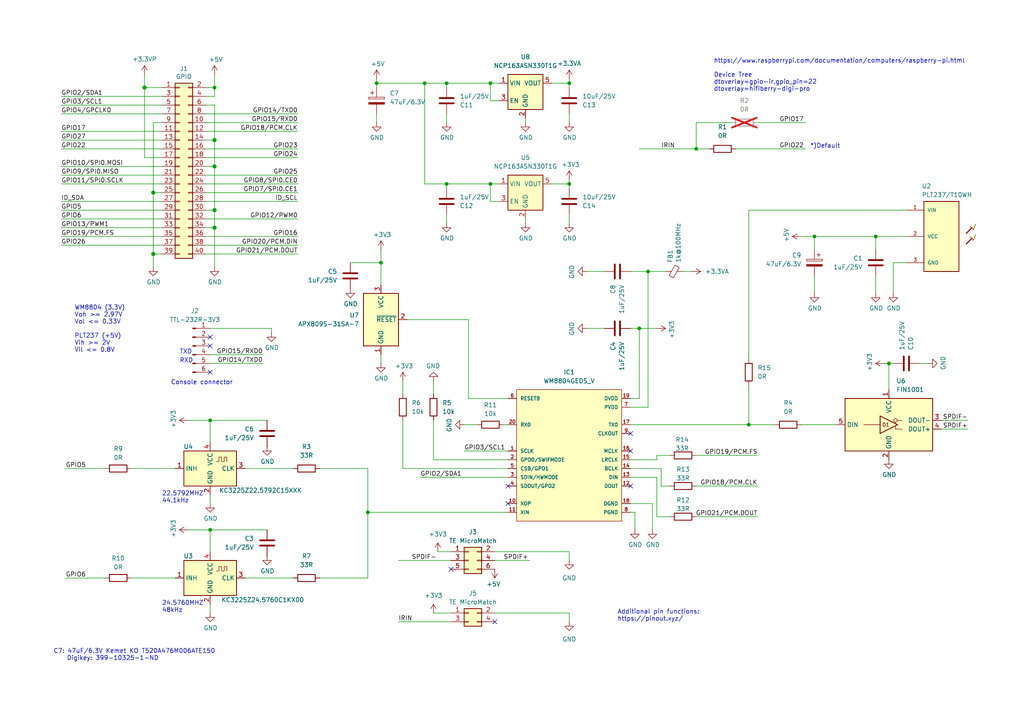
<source format=kicad_sch>
(kicad_sch (version 20250114) (generator "eeschema") (generator_version "9.0")
  (paper "A4")
  (title_block (title "RPI HAT S/PDIF and IR") (date "2026-01-13") (rev "V9 Min"))
  (lib_symbols
    (symbol "Connector:Conn_01x06_Pin" (pin_names (offset 1.016) (hide yes))
      (property "Reference" "J" (at 0 7.62 0))
      (property "Value" "Conn_01x06_Pin" (at 0 -10.16 0))
      (symbol "Conn_01x06_Pin_1_1"
        (pin passive line (at 5.08 5.08 180) (length 3.81) (name "Pin_1") (number "1"))
        (pin passive line (at 5.08 2.54 180) (length 3.81) (name "Pin_2") (number "2"))
        (pin passive line (at 5.08 0 180) (length 3.81) (name "Pin_3") (number "3"))
        (pin passive line (at 5.08 -2.54 180) (length 3.81) (name "Pin_4") (number "4"))
        (pin passive line (at 5.08 -5.08 180) (length 3.81) (name "Pin_5") (number "5"))
        (pin passive line (at 5.08 -7.62 180) (length 3.81) (name "Pin_6") (number "6"))
      )
    )
    (symbol "Connector_Generic:Conn_02x02_Odd_Even" (pin_names (offset 1.016) (hide yes))
      (property "Reference" "J" (at 1.27 2.54 0))
      (property "Value" "Conn_02x02_Odd_Even" (at 1.27 -5.08 0))
      (symbol "Conn_02x02_Odd_Even_1_1"
        (pin passive line (at -5.08 0 0) (length 3.81) (name "Pin_1") (number "1"))
        (pin passive line (at -5.08 -2.54 0) (length 3.81) (name "Pin_3") (number "3"))
        (pin passive line (at 7.62 0 180) (length 3.81) (name "Pin_2") (number "2"))
        (pin passive line (at 7.62 -2.54 180) (length 3.81) (name "Pin_4") (number "4"))
      )
    )
    (symbol "Connector_Generic:Conn_02x03_Odd_Even" (pin_names (offset 1.016) (hide yes))
      (property "Reference" "J" (at 1.27 5.08 0))
      (property "Value" "Conn_02x03_Odd_Even" (at 1.27 -5.08 0))
      (symbol "Conn_02x03_Odd_Even_1_1"
        (pin passive line (at -5.08 2.54 0) (length 3.81) (name "Pin_1") (number "1"))
        (pin passive line (at -5.08 0 0) (length 3.81) (name "Pin_3") (number "3"))
        (pin passive line (at -5.08 -2.54 0) (length 3.81) (name "Pin_5") (number "5"))
        (pin passive line (at 7.62 2.54 180) (length 3.81) (name "Pin_2") (number "2"))
        (pin passive line (at 7.62 0 180) (length 3.81) (name "Pin_4") (number "4"))
        (pin passive line (at 7.62 -2.54 180) (length 3.81) (name "Pin_6") (number "6"))
      )
    )
    (symbol "Connector_Generic:Conn_02x20_Odd_Even" (pin_names (offset 1.016) (hide yes))
      (property "Reference" "J" (at 1.27 25.4 0))
      (property "Value" "Conn_02x20_Odd_Even" (at 1.27 -27.94 0))
      (symbol "Conn_02x20_Odd_Even_1_1"
        (pin passive line (at -5.08 22.86 0) (length 3.81) (name "Pin_1") (number "1"))
        (pin passive line (at -5.08 20.32 0) (length 3.81) (name "Pin_3") (number "3"))
        (pin passive line (at -5.08 17.78 0) (length 3.81) (name "Pin_5") (number "5"))
        (pin passive line (at -5.08 15.24 0) (length 3.81) (name "Pin_7") (number "7"))
        (pin passive line (at -5.08 12.7 0) (length 3.81) (name "Pin_9") (number "9"))
        (pin passive line (at -5.08 10.16 0) (length 3.81) (name "Pin_11") (number "11"))
        (pin passive line (at -5.08 7.62 0) (length 3.81) (name "Pin_13") (number "13"))
        (pin passive line (at -5.08 5.08 0) (length 3.81) (name "Pin_15") (number "15"))
        (pin passive line (at -5.08 2.54 0) (length 3.81) (name "Pin_17") (number "17"))
        (pin passive line (at -5.08 0 0) (length 3.81) (name "Pin_19") (number "19"))
        (pin passive line (at -5.08 -2.54 0) (length 3.81) (name "Pin_21") (number "21"))
        (pin passive line (at -5.08 -5.08 0) (length 3.81) (name "Pin_23") (number "23"))
        (pin passive line (at -5.08 -7.62 0) (length 3.81) (name "Pin_25") (number "25"))
        (pin passive line (at -5.08 -10.16 0) (length 3.81) (name "Pin_27") (number "27"))
        (pin passive line (at -5.08 -12.7 0) (length 3.81) (name "Pin_29") (number "29"))
        (pin passive line (at -5.08 -15.24 0) (length 3.81) (name "Pin_31") (number "31"))
        (pin passive line (at -5.08 -17.78 0) (length 3.81) (name "Pin_33") (number "33"))
        (pin passive line (at -5.08 -20.32 0) (length 3.81) (name "Pin_35") (number "35"))
        (pin passive line (at -5.08 -22.86 0) (length 3.81) (name "Pin_37") (number "37"))
        (pin passive line (at -5.08 -25.4 0) (length 3.81) (name "Pin_39") (number "39"))
        (pin passive line (at 7.62 22.86 180) (length 3.81) (name "Pin_2") (number "2"))
        (pin passive line (at 7.62 20.32 180) (length 3.81) (name "Pin_4") (number "4"))
        (pin passive line (at 7.62 17.78 180) (length 3.81) (name "Pin_6") (number "6"))
        (pin passive line (at 7.62 15.24 180) (length 3.81) (name "Pin_8") (number "8"))
        (pin passive line (at 7.62 12.7 180) (length 3.81) (name "Pin_10") (number "10"))
        (pin passive line (at 7.62 10.16 180) (length 3.81) (name "Pin_12") (number "12"))
        (pin passive line (at 7.62 7.62 180) (length 3.81) (name "Pin_14") (number "14"))
        (pin passive line (at 7.62 5.08 180) (length 3.81) (name "Pin_16") (number "16"))
        (pin passive line (at 7.62 2.54 180) (length 3.81) (name "Pin_18") (number "18"))
        (pin passive line (at 7.62 0 180) (length 3.81) (name "Pin_20") (number "20"))
        (pin passive line (at 7.62 -2.54 180) (length 3.81) (name "Pin_22") (number "22"))
        (pin passive line (at 7.62 -5.08 180) (length 3.81) (name "Pin_24") (number "24"))
        (pin passive line (at 7.62 -7.62 180) (length 3.81) (name "Pin_26") (number "26"))
        (pin passive line (at 7.62 -10.16 180) (length 3.81) (name "Pin_28") (number "28"))
        (pin passive line (at 7.62 -12.7 180) (length 3.81) (name "Pin_30") (number "30"))
        (pin passive line (at 7.62 -15.24 180) (length 3.81) (name "Pin_32") (number "32"))
        (pin passive line (at 7.62 -17.78 180) (length 3.81) (name "Pin_34") (number "34"))
        (pin passive line (at 7.62 -20.32 180) (length 3.81) (name "Pin_36") (number "36"))
        (pin passive line (at 7.62 -22.86 180) (length 3.81) (name "Pin_38") (number "38"))
        (pin passive line (at 7.62 -25.4 180) (length 3.81) (name "Pin_40") (number "40"))
      )
    )
    (symbol "Device:C" (pin_numbers (hide yes)) (pin_names (offset 0.254))
      (property "Reference" "C" (at 0.635 2.54 0))
      (property "Value" "C" (at 0.635 -2.54 0))
      (symbol "C_1_1"
        (pin passive line (at 0 3.81 270) (length 2.794) (name "~") (number "1"))
        (pin passive line (at 0 -3.81 90) (length 2.794) (name "~") (number "2"))
      )
    )
    (symbol "Device:C_Polarized" (pin_numbers (hide yes)) (pin_names (offset 0.254))
      (property "Reference" "C" (at 0.635 2.54 0))
      (property "Value" "C_Polarized" (at 0.635 -2.54 0))
      (symbol "C_Polarized_1_1"
        (pin passive line (at 0 3.81 270) (length 2.794) (name "~") (number "1"))
        (pin passive line (at 0 -3.81 90) (length 2.794) (name "~") (number "2"))
      )
    )
    (symbol "Device:R" (pin_numbers (hide yes)) (pin_names (offset 0))
      (property "Reference" "R" (at 2.032 0 90))
      (property "Value" "R" (at 0 0 90))
      (symbol "R_1_1"
        (pin passive line (at 0 3.81 270) (length 1.27) (name "~") (number "1"))
        (pin passive line (at 0 -3.81 90) (length 1.27) (name "~") (number "2"))
      )
    )
    (symbol "Oscillator:KC2520Z"
      (property "Reference" "Y" (at 2.54 12.7 0))
      (property "Value" "KC2520Z" (at 6.35 10.16 0))
      (symbol "KC2520Z_1_1"
        (pin input line (at -10.16 0 0) (length 2.54) (name "INH") (number "1"))
        (pin power_in line (at 0 7.62 270) (length 2.54) (name "VCC") (number "4"))
        (pin power_in line (at 0 -7.62 90) (length 2.54) (name "GND") (number "2"))
        (pin output line (at 10.16 0 180) (length 2.54) (name "CLK") (number "3"))
      )
    )
    (symbol "Power_Supervisor:LM809"
      (property "Reference" "U" (at 2.54 12.7 0))
      (property "Value" "LM809" (at 5.08 10.16 0))
      (symbol "LM809_1_1"
        (pin power_in line (at 0 10.16 270) (length 2.54) (name "VCC") (number "3"))
        (pin power_in line (at 0 -10.16 90) (length 2.54) (name "GND") (number "1"))
        (pin output line (at 7.62 0 180) (length 2.54) (name "~{RESET}") (number "2"))
      )
    )
    (symbol "Regulator_Linear:NCP163ASN330T1G"
      (property "Reference" "U" (at 0 8.89 0))
      (property "Value" "NCP163ASN330T1G" (at 0 6.35 0))
      (symbol "NCP163ASN330T1G_1_1"
        (pin power_in line (at -7.62 2.54 0) (length 2.54) (name "VIN") (number "1"))
        (pin input line (at -7.62 -2.54 0) (length 2.54) (name "EN") (number "3"))
        (pin power_in line (at 0 -7.62 90) (length 2.54) (name "GND") (number "2"))
        (pin no_connect line (at 5.08 -2.54 180) (length 2.54) (hide yes) (name "NC") (number "4"))
        (pin power_out line (at 7.62 2.54 180) (length 2.54) (name "VOUT") (number "5"))
      )
    )
    (symbol "dac-rescue:Ferrite_Bead_Small-Device" (pin_numbers (hide yes)) (pin_names (offset 0))
      (property "Reference" "FB" (at 1.905 1.27 0))
      (property "Value" "Ferrite_Bead_Small-Device" (at 1.905 -1.27 0))
      (symbol "Ferrite_Bead_Small-Device_1_1"
        (pin passive line (at 0 2.54 270) (length 1.27) (name "~") (number "1"))
        (pin passive line (at 0 -2.54 90) (length 1.27) (name "~") (number "2"))
      )
    )
    (symbol "kicad-snk:FIN1001"
      (property "Reference" "U?" (at 8.89 12.7 0))
      (property "Value" "FIN1001" (at 8.89 10.16 0))
      (symbol "FIN1001_1_0"
        (text "D1" (at -0.889 0 0) (effects (font (size 1.016 1.016))))
      )
      (symbol "FIN1001_1_1"
        (pin input line (at -15.24 0 0) (length 2.54) (name "DIN") (number "5"))
        (pin power_in line (at 0 10.16 270) (length 2.54) (name "VCC") (number "1"))
        (pin power_in line (at 0 -10.16 90) (length 2.54) (name "GND") (number "2"))
        (pin output line (at 15.24 1.27 180) (length 2.54) (name "DOUT-") (number "3"))
        (pin output line (at 15.24 -1.27 180) (length 2.54) (name "DOUT+") (number "4"))
      )
    )
    (symbol "kicad-snk:PLT237/T10WH" (pin_names (offset 1.016))
      (property "Reference" "U" (at -5.08 11.4554 0))
      (property "Value" "PLT237/T10WH" (at -5.08 -12.7254 0))
      (symbol "PLT237/T10WH_1_0"
        (pin output line (at -10.16 7.62 0) (length 5.08) (name "VIN") (number "1"))
        (pin power_in line (at -10.16 0 0) (length 5.08) (name "VCC") (number "2"))
        (pin power_in line (at -10.16 -7.62 0) (length 5.08) (name "GND") (number "3"))
      )
    )
    (symbol "kicad-snk:WM8804GEDS_V" (pin_names (offset 1.016))
      (property "Reference" "IC" (at -15.24 13.97 0))
      (property "Value" "WM8804GEDS_V" (at -15.24 -27.94 0))
      (symbol "WM8804GEDS_V_0_0"
        (pin bidirectional line (at -17.78 10.16 0) (length 2.54) (name "RESETB") (number "6"))
        (pin bidirectional line (at -17.78 2.54 0) (length 2.54) (name "RX0") (number "20"))
        (pin bidirectional line (at -17.78 -5.08 0) (length 2.54) (name "SCLK") (number "1"))
        (pin bidirectional line (at -17.78 -7.62 0) (length 2.54) (name "GPO0/SWIFMODE") (number "2"))
        (pin bidirectional line (at -17.78 -10.16 0) (length 2.54) (name "CSB/GPO1") (number "5"))
        (pin bidirectional line (at -17.78 -12.7 0) (length 2.54) (name "SDIN/HWMODE") (number "3"))
        (pin bidirectional line (at -17.78 -15.24 0) (length 2.54) (name "SDOUT/GPO2") (number "4"))
        (pin bidirectional line (at -17.78 -20.32 0) (length 2.54) (name "XOP") (number "10"))
        (pin bidirectional line (at -17.78 -22.86 0) (length 2.54) (name "XIN") (number "11"))
        (pin bidirectional line (at 17.78 10.16 180) (length 2.54) (name "DVDD") (number "19"))
        (pin bidirectional line (at 17.78 7.62 180) (length 2.54) (name "PVDD") (number "7"))
        (pin bidirectional line (at 17.78 2.54 180) (length 2.54) (name "TX0") (number "17"))
        (pin bidirectional line (at 17.78 0 180) (length 2.54) (name "CLKOUT") (number "9"))
        (pin bidirectional line (at 17.78 -5.08 180) (length 2.54) (name "MCLK") (number "16"))
        (pin bidirectional line (at 17.78 -7.62 180) (length 2.54) (name "LRCLK") (number "15"))
        (pin bidirectional line (at 17.78 -10.16 180) (length 2.54) (name "BCLK") (number "14"))
        (pin bidirectional line (at 17.78 -12.7 180) (length 2.54) (name "DIN") (number "13"))
        (pin bidirectional line (at 17.78 -15.24 180) (length 2.54) (name "DOUT") (number "12"))
        (pin bidirectional line (at 17.78 -20.32 180) (length 2.54) (name "DGND") (number "18"))
        (pin bidirectional line (at 17.78 -22.86 180) (length 2.54) (name "PGND") (number "8"))
      )
    )
    (symbol "power:+3.3V" (power) (pin_numbers (hide yes)) (pin_names (offset 0) (hide yes))
      (property "Value" "+3.3V" (at 0 3.556 0))
      (symbol "+3.3V_1_1"
        (pin power_in line (at 0 0 90) (length 0) (name "~") (number "1"))
      )
    )
    (symbol "power:+3.3VA" (power) (pin_numbers (hide yes)) (pin_names (offset 0) (hide yes))
      (property "Value" "+3.3VA" (at 0 3.556 0))
      (symbol "+3.3VA_1_1"
        (pin power_in line (at 0 0 90) (length 0) (name "~") (number "1"))
      )
    )
    (symbol "power:+3.3VP" (power) (pin_numbers (hide yes)) (pin_names (offset 0) (hide yes))
      (property "Value" "+3.3VP" (at 0 3.556 0))
      (symbol "+3.3VP_0_0"
        (pin power_in line (at 0 0 90) (length 0) (name "~") (number "1"))
      )
    )
    (symbol "power:+5V" (power) (pin_numbers (hide yes)) (pin_names (offset 0) (hide yes))
      (property "Value" "+5V" (at 0 3.556 0))
      (symbol "+5V_1_1"
        (pin power_in line (at 0 0 90) (length 0) (name "~") (number "1"))
      )
    )
    (symbol "power:GND" (power) (pin_numbers (hide yes)) (pin_names (offset 0) (hide yes))
      (property "Value" "GND" (at 0 -3.81 0))
      (symbol "GND_1_1"
        (pin power_in line (at 0 0 270) (length 0) (name "~") (number "1"))
      )
    )
  )
  (text "24.5760MHZ\n48kHz" (at 46.99 177.8 0) (effects (font (size 1.27 1.27)) (justify left bottom)))
  (text "TXD" (at 52.07 102.87 0) (effects (font (size 1.27 1.27)) (justify left bottom)))
  (text "Console connector" (at 49.53 111.76 0) (effects (font (size 1.27 1.27)) (justify left bottom)))
  (text "https://www.raspberrypi.com/documentation/computers/raspberry-pi.html\n\nDevice Tree\ndtoverlay=gpio-ir,gpio_pin=22\ndtoverlay=hifiberry-digi-pro" (at 207.01 26.67 0) (effects (font (size 1.27 1.27)) (justify left bottom)))
  (text "WM8804 (3.3V)\nVoh >= 2.97V\nVol <= 0.33V\n\nPLT237 (+5V)\nVih >= 2V\nVil <= 0.8V" (at 21.59 102.362 0) (effects (font (size 1.27 1.27)) (justify left bottom)))
  (text "22.5792MHZ\n44.1kHz" (at 46.99 146.05 0) (effects (font (size 1.27 1.27)) (justify left bottom)))
  (text "C7: 47uF/6.3V Kemet KO T520A476M006ATE150 \n    Digikey: ‎399-10325-1-ND‎" (at 15.494 189.992 0) (effects (font (size 1.27 1.27)) (justify left)))
  (text "RXD" (at 52.07 105.41 0) (effects (font (size 1.27 1.27)) (justify left bottom)))
  (text "*)Default" (at 234.95 43.18 0) (effects (font (size 1.27 1.27)) (justify left bottom)))
  (text "Additional pin functions:\nhttps://pinout.xyz/" (at 179.07 180.34 0) (effects (font (size 1.27 1.27)) (justify left bottom)))
  (junction (at 123.19 24.13))
  (junction (at 185.42 95.25))
  (junction (at 62.23 60.96) (diameter 1.016))
  (junction (at 41.91 25.4) (diameter 1.016))
  (junction (at 62.23 66.04) (diameter 1.016))
  (junction (at 187.96 78.74))
  (junction (at 142.24 53.34))
  (junction (at 165.1 24.13))
  (junction (at 44.45 55.88) (diameter 1.016))
  (junction (at 109.22 24.13))
  (junction (at 129.54 53.34))
  (junction (at 142.24 24.13))
  (junction (at 254 68.58))
  (junction (at 62.23 48.26) (diameter 1.016))
  (junction (at 62.23 25.4))
  (junction (at 106.68 148.59))
  (junction (at 62.23 40.64) (diameter 1.016))
  (junction (at 129.54 24.13))
  (junction (at 201.93 43.18))
  (junction (at 60.96 121.92))
  (junction (at 60.96 153.67))
  (junction (at 257.81 105.41))
  (junction (at 236.22 68.58))
  (junction (at 217.17 123.19))
  (junction (at 44.45 73.66) (diameter 1.016))
  (junction (at 165.1 53.34))
  (junction (at 110.49 76.2))
  (no_connect (at 182.88 130.81))
  (no_connect (at 182.88 125.73))
  (no_connect (at 147.32 140.97))
  (no_connect (at 130.81 165.1))
  (no_connect (at 60.96 97.79))
  (no_connect (at 60.96 100.33))
  (no_connect (at 60.96 107.95))
  (no_connect (at 143.51 180.34))
  (no_connect (at 147.32 146.05))
  (no_connect (at 182.88 140.97))
  (wire (pts (xy 135.89 92.71) (xy 135.89 115.57)))
  (wire (pts (xy 44.45 55.88) (xy 44.45 73.66)))
  (wire (pts (xy 59.69 55.88) (xy 86.36 55.88)))
  (wire (pts (xy 165.1 24.13) (xy 160.02 24.13)))
  (wire (pts (xy 125.73 177.8) (xy 130.81 177.8)))
  (wire (pts (xy 46.99 38.1) (xy 17.78 38.1)))
  (wire (pts (xy 201.93 43.18) (xy 205.74 43.18)))
  (wire (pts (xy 160.02 53.34) (xy 165.1 53.34)))
  (wire (pts (xy 92.71 167.64) (xy 106.68 167.64)))
  (wire (pts (xy 62.23 30.48) (xy 62.23 40.64)))
  (wire (pts (xy 254 68.58) (xy 262.89 68.58)))
  (wire (pts (xy 144.78 29.21) (xy 142.24 29.21)))
  (wire (pts (xy 62.23 27.94) (xy 62.23 25.4)))
  (wire (pts (xy 62.23 48.26) (xy 59.69 48.26)))
  (wire (pts (xy 217.17 60.96) (xy 262.89 60.96)))
  (wire (pts (xy 170.18 78.74) (xy 175.26 78.74)))
  (wire (pts (xy 143.51 160.02) (xy 165.1 160.02)))
  (wire (pts (xy 266.7 105.41) (xy 269.24 105.41)))
  (wire (pts (xy 254 80.01) (xy 254 85.09)))
  (wire (pts (xy 213.36 43.18) (xy 233.68 43.18)))
  (wire (pts (xy 62.23 60.96) (xy 62.23 66.04)))
  (wire (pts (xy 118.11 92.71) (xy 135.89 92.71)))
  (wire (pts (xy 121.92 138.43) (xy 147.32 138.43)))
  (wire (pts (xy 201.93 140.97) (xy 219.71 140.97)))
  (wire (pts (xy 212.09 35.56) (xy 201.93 35.56)))
  (wire (pts (xy 142.24 53.34) (xy 144.78 53.34)))
  (wire (pts (xy 71.12 135.89) (xy 85.09 135.89)))
  (wire (pts (xy 273.05 121.92) (xy 280.67 121.92)))
  (wire (pts (xy 92.71 135.89) (xy 106.68 135.89)))
  (wire (pts (xy 62.23 48.26) (xy 62.23 60.96)))
  (wire (pts (xy 59.69 33.02) (xy 86.36 33.02)))
  (wire (pts (xy 110.49 102.87) (xy 110.49 105.41)))
  (wire (pts (xy 44.45 35.56) (xy 44.45 55.88)))
  (wire (pts (xy 254 68.58) (xy 254 72.39)))
  (wire (pts (xy 165.1 62.23) (xy 165.1 64.77)))
  (wire (pts (xy 44.45 35.56) (xy 46.99 35.56)))
  (wire (pts (xy 59.69 53.34) (xy 86.36 53.34)))
  (wire (pts (xy 46.99 58.42) (xy 17.78 58.42)))
  (wire (pts (xy 109.22 24.13) (xy 123.19 24.13)))
  (wire (pts (xy 17.78 60.96) (xy 46.99 60.96)))
  (wire (pts (xy 60.96 121.92) (xy 77.47 121.92)))
  (wire (pts (xy 152.4 34.29) (xy 152.4 35.56)))
  (wire (pts (xy 109.22 24.13) (xy 109.22 25.4)))
  (wire (pts (xy 187.96 118.11) (xy 187.96 78.74)))
  (wire (pts (xy 185.42 43.18) (xy 201.93 43.18)))
  (wire (pts (xy 59.69 27.94) (xy 62.23 27.94)))
  (wire (pts (xy 182.88 115.57) (xy 185.42 115.57)))
  (wire (pts (xy 232.41 123.19) (xy 242.57 123.19)))
  (wire (pts (xy 259.08 76.2) (xy 262.89 76.2)))
  (wire (pts (xy 182.88 148.59) (xy 184.15 148.59)))
  (wire (pts (xy 44.45 55.88) (xy 46.99 55.88)))
  (wire (pts (xy 116.84 121.92) (xy 116.84 135.89)))
  (wire (pts (xy 59.69 43.18) (xy 86.36 43.18)))
  (wire (pts (xy 106.68 135.89) (xy 106.68 148.59)))
  (wire (pts (xy 134.62 130.81) (xy 147.32 130.81)))
  (wire (pts (xy 116.84 110.49) (xy 116.84 114.3)))
  (wire (pts (xy 165.1 160.02) (xy 165.1 162.56)))
  (wire (pts (xy 59.69 73.66) (xy 86.36 73.66)))
  (wire (pts (xy 44.45 73.66) (xy 44.45 77.47)))
  (wire (pts (xy 17.78 40.64) (xy 46.99 40.64)))
  (wire (pts (xy 41.91 21.59) (xy 41.91 25.4)))
  (wire (pts (xy 110.49 72.39) (xy 110.49 76.2)))
  (wire (pts (xy 185.42 95.25) (xy 190.5 95.25)))
  (wire (pts (xy 78.74 95.25) (xy 60.96 95.25)))
  (wire (pts (xy 165.1 25.4) (xy 165.1 24.13)))
  (wire (pts (xy 62.23 66.04) (xy 59.69 66.04)))
  (wire (pts (xy 198.12 78.74) (xy 200.66 78.74)))
  (wire (pts (xy 17.78 30.48) (xy 46.99 30.48)))
  (wire (pts (xy 54.61 121.92) (xy 60.96 121.92)))
  (wire (pts (xy 60.96 153.67) (xy 77.47 153.67)))
  (wire (pts (xy 185.42 115.57) (xy 185.42 95.25)))
  (wire (pts (xy 187.96 78.74) (xy 182.88 78.74)))
  (wire (pts (xy 17.78 53.34) (xy 46.99 53.34)))
  (wire (pts (xy 182.88 146.05) (xy 189.23 146.05)))
  (wire (pts (xy 71.12 167.64) (xy 85.09 167.64)))
  (wire (pts (xy 41.91 45.72) (xy 46.99 45.72)))
  (wire (pts (xy 259.08 85.09) (xy 259.08 76.2)))
  (wire (pts (xy 115.57 180.34) (xy 130.81 180.34)))
  (wire (pts (xy 123.19 53.34) (xy 129.54 53.34)))
  (wire (pts (xy 143.51 162.56) (xy 153.67 162.56)))
  (wire (pts (xy 46.99 27.94) (xy 17.78 27.94)))
  (wire (pts (xy 201.93 149.86) (xy 219.71 149.86)))
  (wire (pts (xy 142.24 24.13) (xy 144.78 24.13)))
  (wire (pts (xy 165.1 33.02) (xy 165.1 35.56)))
  (wire (pts (xy 129.54 62.23) (xy 129.54 64.77)))
  (wire (pts (xy 257.81 105.41) (xy 257.81 113.03)))
  (wire (pts (xy 123.19 24.13) (xy 123.19 53.34)))
  (wire (pts (xy 62.23 40.64) (xy 62.23 48.26)))
  (wire (pts (xy 59.69 38.1) (xy 86.36 38.1)))
  (wire (pts (xy 106.68 167.64) (xy 106.68 148.59)))
  (wire (pts (xy 62.23 40.64) (xy 59.69 40.64)))
  (wire (pts (xy 62.23 25.4) (xy 62.23 21.59)))
  (wire (pts (xy 190.5 133.35) (xy 190.5 132.08)))
  (wire (pts (xy 217.17 111.76) (xy 217.17 123.19)))
  (wire (pts (xy 60.96 121.92) (xy 60.96 128.27)))
  (wire (pts (xy 125.73 121.92) (xy 125.73 133.35)))
  (wire (pts (xy 146.05 123.19) (xy 147.32 123.19)))
  (wire (pts (xy 201.93 132.08) (xy 219.71 132.08)))
  (wire (pts (xy 17.78 33.02) (xy 46.99 33.02)))
  (wire (pts (xy 127 160.02) (xy 130.81 160.02)))
  (wire (pts (xy 41.91 25.4) (xy 41.91 45.72)))
  (wire (pts (xy 142.24 53.34) (xy 142.24 58.42)))
  (wire (pts (xy 60.96 175.26) (xy 60.96 177.8)))
  (wire (pts (xy 201.93 35.56) (xy 201.93 43.18)))
  (wire (pts (xy 59.69 45.72) (xy 86.36 45.72)))
  (wire (pts (xy 273.05 124.46) (xy 280.67 124.46)))
  (wire (pts (xy 185.42 95.25) (xy 182.88 95.25)))
  (wire (pts (xy 59.69 35.56) (xy 86.36 35.56)))
  (wire (pts (xy 170.18 95.25) (xy 175.26 95.25)))
  (wire (pts (xy 19.05 167.64) (xy 30.48 167.64)))
  (wire (pts (xy 190.5 132.08) (xy 194.31 132.08)))
  (wire (pts (xy 59.69 25.4) (xy 62.23 25.4)))
  (wire (pts (xy 236.22 72.39) (xy 236.22 68.58)))
  (wire (pts (xy 189.23 146.05) (xy 189.23 153.67)))
  (wire (pts (xy 135.89 115.57) (xy 147.32 115.57)))
  (wire (pts (xy 17.78 43.18) (xy 46.99 43.18)))
  (wire (pts (xy 17.78 50.8) (xy 46.99 50.8)))
  (wire (pts (xy 109.22 22.86) (xy 109.22 24.13)))
  (wire (pts (xy 190.5 138.43) (xy 182.88 138.43)))
  (wire (pts (xy 129.54 33.02) (xy 129.54 35.56)))
  (wire (pts (xy 115.57 162.56) (xy 130.81 162.56)))
  (wire (pts (xy 129.54 24.13) (xy 142.24 24.13)))
  (wire (pts (xy 19.05 135.89) (xy 30.48 135.89)))
  (wire (pts (xy 134.62 123.19) (xy 138.43 123.19)))
  (wire (pts (xy 60.96 143.51) (xy 60.96 146.05)))
  (wire (pts (xy 125.73 133.35) (xy 147.32 133.35)))
  (wire (pts (xy 144.78 58.42) (xy 142.24 58.42)))
  (wire (pts (xy 125.73 110.49) (xy 125.73 114.3)))
  (wire (pts (xy 60.96 105.41) (xy 76.2 105.41)))
  (wire (pts (xy 17.78 63.5) (xy 46.99 63.5)))
  (wire (pts (xy 165.1 52.07) (xy 165.1 53.34)))
  (wire (pts (xy 60.96 102.87) (xy 76.2 102.87)))
  (wire (pts (xy 60.96 153.67) (xy 60.96 160.02)))
  (wire (pts (xy 182.88 123.19) (xy 217.17 123.19)))
  (wire (pts (xy 217.17 123.19) (xy 224.79 123.19)))
  (wire (pts (xy 17.78 68.58) (xy 46.99 68.58)))
  (wire (pts (xy 116.84 135.89) (xy 147.32 135.89)))
  (wire (pts (xy 59.69 68.58) (xy 86.36 68.58)))
  (wire (pts (xy 190.5 149.86) (xy 190.5 138.43)))
  (wire (pts (xy 110.49 76.2) (xy 110.49 82.55)))
  (wire (pts (xy 59.69 63.5) (xy 86.36 63.5)))
  (wire (pts (xy 38.1 135.89) (xy 50.8 135.89)))
  (wire (pts (xy 44.45 73.66) (xy 46.99 73.66)))
  (wire (pts (xy 191.77 135.89) (xy 182.88 135.89)))
  (wire (pts (xy 257.81 105.41) (xy 259.08 105.41)))
  (wire (pts (xy 232.41 68.58) (xy 236.22 68.58)))
  (wire (pts (xy 59.69 71.12) (xy 86.36 71.12)))
  (wire (pts (xy 236.22 80.01) (xy 236.22 85.09)))
  (wire (pts (xy 165.1 22.86) (xy 165.1 24.13)))
  (wire (pts (xy 62.23 30.48) (xy 59.69 30.48)))
  (wire (pts (xy 17.78 71.12) (xy 46.99 71.12)))
  (wire (pts (xy 123.19 24.13) (xy 129.54 24.13)))
  (wire (pts (xy 38.1 167.64) (xy 50.8 167.64)))
  (wire (pts (xy 106.68 148.59) (xy 147.32 148.59)))
  (wire (pts (xy 184.15 153.67) (xy 184.15 148.59)))
  (wire (pts (xy 182.88 118.11) (xy 187.96 118.11)))
  (wire (pts (xy 194.31 140.97) (xy 191.77 140.97)))
  (wire (pts (xy 78.74 96.52) (xy 78.74 95.25)))
  (wire (pts (xy 129.54 53.34) (xy 142.24 53.34)))
  (wire (pts (xy 165.1 177.8) (xy 165.1 180.34)))
  (wire (pts (xy 217.17 104.14) (xy 217.17 60.96)))
  (wire (pts (xy 129.54 53.34) (xy 129.54 54.61)))
  (wire (pts (xy 142.24 24.13) (xy 142.24 29.21)))
  (wire (pts (xy 109.22 33.02) (xy 109.22 35.56)))
  (wire (pts (xy 219.71 35.56) (xy 233.68 35.56)))
  (wire (pts (xy 62.23 66.04) (xy 62.23 77.47)))
  (wire (pts (xy 194.31 149.86) (xy 190.5 149.86)))
  (wire (pts (xy 59.69 50.8) (xy 86.36 50.8)))
  (wire (pts (xy 46.99 66.04) (xy 17.78 66.04)))
  (wire (pts (xy 182.88 133.35) (xy 190.5 133.35)))
  (wire (pts (xy 165.1 53.34) (xy 165.1 54.61)))
  (wire (pts (xy 143.51 177.8) (xy 165.1 177.8)))
  (wire (pts (xy 101.6 76.2) (xy 110.49 76.2)))
  (wire (pts (xy 129.54 24.13) (xy 129.54 25.4)))
  (wire (pts (xy 62.23 60.96) (xy 59.69 60.96)))
  (wire (pts (xy 41.91 25.4) (xy 46.99 25.4)))
  (wire (pts (xy 191.77 140.97) (xy 191.77 135.89)))
  (wire (pts (xy 236.22 68.58) (xy 254 68.58)))
  (wire (pts (xy 256.54 105.41) (xy 257.81 105.41)))
  (wire (pts (xy 187.96 78.74) (xy 193.04 78.74)))
  (wire (pts (xy 54.61 153.67) (xy 60.96 153.67)))
  (wire (pts (xy 152.4 63.5) (xy 152.4 64.77)))
  (wire (pts (xy 46.99 48.26) (xy 17.78 48.26)))
  (wire (pts (xy 59.69 58.42) (xy 86.36 58.42)))
  (label "ID_SDA" (at 17.78 58.42 0))
  (label "GPIO6" (at 17.78 63.5 0))
  (label "GPIO22" (at 226.06 43.18 0))
  (label "SPDIF-" (at 280.67 121.92 180))
  (label "GPIO18{slash}PCM.CLK" (at 219.71 140.97 180))
  (label "ID_SCL" (at 86.36 58.42 180))
  (label "GPIO5" (at 17.78 60.96 0))
  (label "GPIO21{slash}PCM.DOUT" (at 86.36 73.66 180))
  (label "GPIO19{slash}PCM.FS" (at 17.78 68.58 0))
  (label "GPIO10{slash}SPI0.MOSI" (at 17.78 48.26 0))
  (label "GPIO9{slash}SPI0.MISO" (at 17.78 50.8 0))
  (label "GPIO23" (at 86.36 43.18 180))
  (label "GPIO15{slash}RXD0" (at 76.2 102.87 180))
  (label "SPDIF+" (at 280.67 124.46 180))
  (label "GPIO5" (at 19.05 135.89 0))
  (label "GPIO19{slash}PCM.FS" (at 219.71 132.08 180))
  (label "GPIO6" (at 19.05 167.64 0))
  (label "GPIO4{slash}GPCLK0" (at 17.78 33.02 0))
  (label "GPIO27" (at 17.78 40.64 0))
  (label "GPIO26" (at 17.78 71.12 0))
  (label "GPIO14{slash}TXD0" (at 86.36 33.02 180))
  (label "GPIO8{slash}SPI0.CE0" (at 86.36 53.34 180))
  (label "GPIO15{slash}RXD0" (at 86.36 35.56 180))
  (label "GPIO14{slash}TXD0" (at 76.2 105.41 180))
  (label "GPIO16" (at 86.36 68.58 180))
  (label "GPIO2{slash}SDA1" (at 121.92 138.43 0))
  (label "IRIN" (at 115.57 180.34 0))
  (label "GPIO22" (at 17.78 43.18 0))
  (label "GPIO21{slash}PCM.DOUT" (at 219.71 149.86 180))
  (label "GPIO2{slash}SDA1" (at 17.78 27.94 0))
  (label "GPIO17" (at 17.78 38.1 0))
  (label "GPIO25" (at 86.36 50.8 180))
  (label "GPIO3{slash}SCL1" (at 17.78 30.48 0))
  (label "GPIO18{slash}PCM.CLK" (at 86.36 38.1 180))
  (label "GPIO12{slash}PWM0" (at 86.36 63.5 180))
  (label "GPIO13{slash}PWM1" (at 17.78 66.04 0))
  (label "GPIO3{slash}SCL1" (at 134.62 130.81 0))
  (label "GPIO20{slash}PCM.DIN" (at 86.36 71.12 180))
  (label "GPIO24" (at 86.36 45.72 180))
  (label "GPIO17" (at 226.06 35.56 0))
  (label "GPIO7{slash}SPI0.CE1" (at 86.36 55.88 180))
  (label "SPDIF+" (at 146.05 162.56 0))
  (label "SPDIF-" (at 119.38 162.56 0))
  (label "IRIN" (at 191.77 43.18 0))
  (label "GPIO11{slash}SPI0.SCLK" (at 17.78 53.34 0))
  (symbol (lib_id "power:+5V") (at 62.23 21.59 0) (unit 1)
    (property "Reference" "#PWR01" (effects (hide yes)))
    (property "Value" "+5V" (at 62.5983 17.2656 0))
    (property "Description" "Power symbol creates a global label with name \"+5V\"" (effects (hide yes)))
  )
  (symbol (lib_id "power:GND") (at 62.23 77.47 0) (unit 1)
    (property "Reference" "#PWR02" (effects (hide yes)))
    (property "Value" "GND" (at 62.3443 81.7944 0))
    (property "Description" "Power symbol creates a global label with name \"GND\" , ground" (effects (hide yes)))
  )
  (symbol (lib_id "power:GND") (at 44.45 77.47 0) (unit 1)
    (property "Reference" "#PWR03" (effects (hide yes)))
    (property "Value" "GND" (at 44.5643 81.7944 0))
    (property "Description" "Power symbol creates a global label with name \"GND\" , ground" (effects (hide yes)))
  )
  (symbol (lib_id "Connector_Generic:Conn_02x20_Odd_Even") (at 52.07 48.26 0) (unit 1)
    (property "Reference" "J1" (at 53.34 19.9198 0))
    (property "Value" "GPIO" (at 53.34 22.225 0))
    (property "Footprint" "Connector_PinSocket_2.54mm:PinSocket_2x20_P2.54mm_Vertical" (effects (hide yes)))
    (property "Description" "Generic connector, double row, 02x20, odd/even pin numbering scheme (row 1 odd numbers, row 2 even numbers), script generated (kicad-library-utils/schlib/autogen/connector/)" (effects (hide yes)))
  )
  (symbol (lib_id "power:GND") (at 165.1 162.56 0) (unit 1)
    (property "Reference" "#PWR043" (effects (hide yes)))
    (property "Value" "GND" (at 165.1 167.64 0))
    (property "Description" "Power symbol creates a global label with name \"GND\" , ground" (effects (hide yes)))
  )
  (symbol (lib_id "power:+3.3V") (at 127 160.02 0) (unit 1)
    (property "Reference" "#PWR042" (effects (hide yes)))
    (property "Value" "+3V3" (at 127 154.94 0))
    (property "Description" "Power symbol creates a global label with name \"+3.3V\"" (effects (hide yes)))
  )
  (symbol (lib_id "power:+3.3V") (at 190.5 95.25 270) (unit 1)
    (property "Reference" "#PWR018" (effects (hide yes)))
    (property "Value" "+3V3" (at 194.8244 95.6183 0))
    (property "Description" "Power symbol creates a global label with name \"+3.3V\"" (effects (hide yes)))
  )
  (symbol (lib_id "Device:C_Polarized") (at 109.22 29.21 0) (unit 1)
    (property "Reference" "C7" (at 113.03 27.051 0) (effects (justify left)))
    (property "Value" "47uF/6.3V" (at 113.03 29.591 0) (effects (justify left)))
    (property "Footprint" "Capacitor_SMD:C_1206_3216Metric_Pad1.33x1.80mm_HandSolder" (effects (hide yes)))
    (property "Description" "Polarized capacitor" (effects (hide yes)))
  )
  (symbol (lib_id "power:+3.3VA") (at 165.1 22.86 0) (unit 1)
    (property "Reference" "#PWR039" (effects (hide yes)))
    (property "Value" "+3.3VA" (at 165.1 18.415 0))
    (property "Description" "Power symbol creates a global label with name \"+3.3VA\"" (effects (hide yes)))
  )
  (symbol (lib_id "power:GND") (at 165.1 64.77 0) (unit 1)
    (property "Reference" "#PWR033" (effects (hide yes)))
    (property "Value" "GND" (at 165.2143 69.0944 0))
    (property "Description" "Power symbol creates a global label with name \"GND\" , ground" (effects (hide yes)))
  )
  (symbol (lib_id "power:GND") (at 165.1 35.56 0) (unit 1)
    (property "Reference" "#PWR036" (effects (hide yes)))
    (property "Value" "GND" (at 165.2143 39.8844 0))
    (property "Description" "Power symbol creates a global label with name \"GND\" , ground" (effects (hide yes)))
  )
  (symbol (lib_id "power:GND") (at 109.22 35.56 0) (unit 1)
    (property "Reference" "#PWR037" (effects (hide yes)))
    (property "Value" "GND" (at 109.3343 39.8844 0))
    (property "Description" "Power symbol creates a global label with name \"GND\" , ground" (effects (hide yes)))
  )
  (symbol (lib_id "power:GND") (at 129.54 35.56 0) (unit 1)
    (property "Reference" "#PWR034" (effects (hide yes)))
    (property "Value" "GND" (at 129.6543 39.8844 0))
    (property "Description" "Power symbol creates a global label with name \"GND\" , ground" (effects (hide yes)))
  )
  (symbol (lib_id "Connector_Generic:Conn_02x02_Odd_Even") (at 135.89 177.8 0) (unit 1)
    (property "Reference" "J5" (at 137.16 172.085 0))
    (property "Value" "TE MicroMatch" (at 137.16 174.625 0))
    (property "Footprint" "Connector_TE-Connectivity:TE_Micro-MaTch_215079-4_2x02_P1.27mm_Vertical" (effects (hide yes)))
    (property "Description" "Generic connector, double row, 02x02, odd/even pin numbering scheme (row 1 odd numbers, row 2 even numbers), script generated (kicad-library-utils/schlib/autogen/connector/)" (effects (hide yes)))
  )
  (symbol (lib_id "Power_Supervisor:LM809") (at 110.49 92.71 0) (unit 1)
    (property "Reference" "U7" (at 104.14 91.44 0) (effects (justify right)))
    (property "Value" "APX809S-31SA-7" (at 104.14 93.98 0) (effects (justify right)))
    (property "Footprint" "Package_TO_SOT_SMD:SOT-23" (effects (hide yes)))
    (property "Datasheet" "http://www.ti.com/lit/ds/symlink/lm809.pdf" (effects (hide yes)))
    (property "Description" "Microprocessor Reset (active-low) Circuit, SOT-23" (effects (hide yes)))
  )
  (symbol (lib_id "power:+5V") (at 232.41 68.58 90) (unit 1)
    (property "Reference" "#PWR010" (effects (hide yes)))
    (property "Value" "+5V" (at 228.0856 68.2117 0))
    (property "Description" "Power symbol creates a global label with name \"+5V\"" (effects (hide yes)))
  )
  (symbol (lib_id "power:GND") (at 77.47 129.54 0) (unit 1)
    (property "Reference" "#PWR011" (effects (hide yes)))
    (property "Value" "GND" (at 77.5843 133.8644 0))
    (property "Description" "Power symbol creates a global label with name \"GND\" , ground" (effects (hide yes)))
  )
  (symbol (lib_id "power:GND") (at 152.4 35.56 0) (unit 1)
    (property "Reference" "#PWR035" (effects (hide yes)))
    (property "Value" "GND" (at 152.5143 39.8844 0))
    (property "Description" "Power symbol creates a global label with name \"GND\" , ground" (effects (hide yes)))
  )
  (symbol (lib_id "power:+3.3V") (at 110.49 72.39 0) (unit 1)
    (property "Reference" "#PWR014" (effects (hide yes)))
    (property "Value" "+3V3" (at 110.8583 68.0656 0))
    (property "Description" "Power symbol creates a global label with name \"+3.3V\"" (effects (hide yes)))
  )
  (symbol (lib_id "power:GND") (at 236.22 85.09 0) (unit 1)
    (property "Reference" "#PWR030" (effects (hide yes)))
    (property "Value" "GND" (at 236.3343 89.4144 0))
    (property "Description" "Power symbol creates a global label with name \"GND\" , ground" (effects (hide yes)))
  )
  (symbol (lib_id "Device:C") (at 77.47 125.73 0) (mirror y) (unit 1)
    (property "Reference" "C6" (at 73.66 124.46 0) (effects (justify left)))
    (property "Value" "1uF/25V" (at 73.66 127 0) (effects (justify left)))
    (property "Footprint" "Capacitor_SMD:C_0603_1608Metric" (effects (hide yes)))
    (property "Description" "Unpolarized capacitor" (effects (hide yes)))
  )
  (symbol (lib_id "Device:C") (at 77.47 157.48 0) (mirror y) (unit 1)
    (property "Reference" "C3" (at 73.66 156.21 0) (effects (justify left)))
    (property "Value" "1uF/25V" (at 73.66 158.75 0) (effects (justify left)))
    (property "Footprint" "Capacitor_SMD:C_0603_1608Metric" (effects (hide yes)))
    (property "Description" "Unpolarized capacitor" (effects (hide yes)))
  )
  (symbol (lib_id "Device:R") (at 198.12 132.08 270) (unit 1)
    (property "Reference" "R14" (at 197.866 127.508 90))
    (property "Value" "33R" (at 197.866 130.048 90))
    (property "Footprint" "Resistor_SMD:R_0603_1608Metric_Pad0.98x0.95mm_HandSolder" (effects (hide yes)))
    (property "Description" "Resistor" (effects (hide yes)))
  )
  (symbol (lib_id "power:GND") (at 184.15 153.67 0) (unit 1)
    (property "Reference" "#PWR021" (effects (hide yes)))
    (property "Value" "GND" (at 184.2643 157.9944 0))
    (property "Description" "Power symbol creates a global label with name \"GND\" , ground" (effects (hide yes)))
  )
  (symbol (lib_id "Device:C") (at 262.89 105.41 270) (mirror x) (unit 1)
    (property "Reference" "C10" (at 264.16 101.6 0) (effects (justify left)))
    (property "Value" "1uF/25V" (at 261.62 101.6 0) (effects (justify left)))
    (property "Footprint" "Capacitor_SMD:C_0603_1608Metric_Pad1.08x0.95mm_HandSolder" (effects (hide yes)))
    (property "Description" "Unpolarized capacitor" (effects (hide yes)))
  )
  (symbol (lib_id "Device:R") (at 198.12 149.86 270) (unit 1)
    (property "Reference" "R12" (at 198.12 145.034 90))
    (property "Value" "33R" (at 198.12 147.574 90))
    (property "Footprint" "Resistor_SMD:R_0603_1608Metric_Pad0.98x0.95mm_HandSolder" (effects (hide yes)))
    (property "Description" "Resistor" (effects (hide yes)))
  )
  (symbol (lib_id "Device:C") (at 254 76.2 0) (mirror y) (unit 1)
    (property "Reference" "C1" (at 250.19 74.93 0) (effects (justify left)))
    (property "Value" "1uF/25V" (at 250.19 77.47 0) (effects (justify left)))
    (property "Footprint" "Capacitor_SMD:C_0603_1608Metric_Pad1.08x0.95mm_HandSolder" (effects (hide yes)))
    (property "Description" "Unpolarized capacitor" (effects (hide yes)))
  )
  (symbol (lib_id "power:GND") (at 129.54 64.77 0) (unit 1)
    (property "Reference" "#PWR032" (effects (hide yes)))
    (property "Value" "GND" (at 129.6543 69.0944 0))
    (property "Description" "Power symbol creates a global label with name \"GND\" , ground" (effects (hide yes)))
  )
  (symbol (lib_id "Device:C_Polarized") (at 236.22 76.2 0) (mirror y) (unit 1)
    (property "Reference" "C9" (at 232.41 74.041 0) (effects (justify left)))
    (property "Value" "47uF/6.3V" (at 232.41 76.581 0) (effects (justify left)))
    (property "Footprint" "Capacitor_SMD:C_1206_3216Metric_Pad1.33x1.80mm_HandSolder" (effects (hide yes)))
    (property "Description" "Polarized capacitor" (effects (hide yes)))
  )
  (symbol (lib_id "power:GND") (at 152.4 64.77 0) (unit 1)
    (property "Reference" "#PWR031" (effects (hide yes)))
    (property "Value" "GND" (at 152.5143 69.0944 0))
    (property "Description" "Power symbol creates a global label with name \"GND\" , ground" (effects (hide yes)))
  )
  (symbol (lib_id "power:GND") (at 101.6 83.82 0) (unit 1)
    (property "Reference" "#PWR027" (effects (hide yes)))
    (property "Value" "GND" (at 101.7143 88.1444 0))
    (property "Description" "Power symbol creates a global label with name \"GND\" , ground" (effects (hide yes)))
  )
  (symbol (lib_id "power:+3.3VA") (at 200.66 78.74 270) (unit 1)
    (property "Reference" "#PWR040" (effects (hide yes)))
    (property "Value" "+3.3VA" (at 204.47 78.74 90) (effects (justify left)))
    (property "Description" "Power symbol creates a global label with name \"+3.3VA\"" (effects (hide yes)))
  )
  (symbol (lib_id "Device:R") (at 88.9 167.64 270) (unit 1)
    (property "Reference" "R7" (at 88.9 161.29 90))
    (property "Value" "33R" (at 88.9 163.83 90))
    (property "Footprint" "Resistor_SMD:R_0603_1608Metric_Pad0.98x0.95mm_HandSolder" (effects (hide yes)))
    (property "Description" "Resistor" (effects (hide yes)))
  )
  (symbol (lib_id "power:GND") (at 77.47 161.29 0) (unit 1)
    (property "Reference" "#PWR012" (effects (hide yes)))
    (property "Value" "GND" (at 77.5843 165.6144 0))
    (property "Description" "Power symbol creates a global label with name \"GND\" , ground" (effects (hide yes)))
  )
  (symbol (lib_id "Regulator_Linear:NCP163ASN330T1G") (at 152.4 26.67 0) (unit 1)
    (property "Reference" "U8" (at 152.4 16.51 0))
    (property "Value" "NCP163ASN330T1G" (at 152.4 19.05 0))
    (property "Footprint" "Package_TO_SOT_SMD:SOT-23-5" (effects (hide yes)))
    (property "Datasheet" "https://www.onsemi.com/pdf/datasheet/ncp163-d.pdf" (effects (hide yes)))
    (property "Description" "250mA low-noise LDO, 2.2V-5.5V input, 3.3V output, SOT-23-5" (effects (hide yes)))
  )
  (symbol (lib_id "power:+3.3V") (at 54.61 121.92 90) (unit 1)
    (property "Reference" "#PWR023" (effects (hide yes)))
    (property "Value" "+3V3" (at 50.2856 121.5517 0))
    (property "Description" "Power symbol creates a global label with name \"+3.3V\"" (effects (hide yes)))
  )
  (symbol (lib_id "power:+3.3V") (at 165.1 52.07 0) (unit 1)
    (property "Reference" "#PWR017" (effects (hide yes)))
    (property "Value" "+3V3" (at 165.4683 47.7456 0))
    (property "Description" "Power symbol creates a global label with name \"+3.3V\"" (effects (hide yes)))
  )
  (symbol (lib_id "power:GND") (at 257.81 133.35 0) (unit 1)
    (property "Reference" "#PWR047" (effects (hide yes)))
    (property "Value" "GND" (at 257.9243 137.6744 0))
    (property "Description" "Power symbol creates a global label with name \"GND\" , ground" (effects (hide yes)))
  )
  (symbol (lib_id "power:+3.3VP") (at 41.91 21.59 0) (unit 1)
    (property "Reference" "#PWR041" (effects (hide yes)))
    (property "Value" "+3.3VP" (at 41.91 17.145 0))
    (property "Description" "Power symbol creates a global label with name \"+3.3VP\"" (effects (hide yes)))
  )
  (symbol (lib_id "Regulator_Linear:NCP163ASN330T1G") (at 152.4 55.88 0) (unit 1)
    (property "Reference" "U5" (at 152.4 45.72 0))
    (property "Value" "NCP163ASN330T1G" (at 152.4 48.26 0))
    (property "Footprint" "Package_TO_SOT_SMD:SOT-23-5" (effects (hide yes)))
    (property "Datasheet" "https://www.onsemi.com/pdf/datasheet/ncp163-d.pdf" (effects (hide yes)))
    (property "Description" "250mA low-noise LDO, 2.2V-5.5V input, 3.3V output, SOT-23-5" (effects (hide yes)))
  )
  (symbol (lib_id "power:GND") (at 269.24 105.41 90) (unit 1)
    (property "Reference" "#PWR045" (effects (hide yes)))
    (property "Value" "GND" (at 273.5644 105.2957 0))
    (property "Description" "Power symbol creates a global label with name \"GND\" , ground" (effects (hide yes)))
  )
  (symbol (lib_id "power:GND") (at 110.49 105.41 0) (unit 1)
    (property "Reference" "#PWR04" (effects (hide yes)))
    (property "Value" "GND" (at 110.6043 109.7344 0))
    (property "Description" "Power symbol creates a global label with name \"GND\" , ground" (effects (hide yes)))
  )
  (symbol (lib_id "power:GND") (at 165.1 180.34 0) (unit 1)
    (property "Reference" "#PWR049" (effects (hide yes)))
    (property "Value" "GND" (at 165.1 185.42 0))
    (property "Description" "Power symbol creates a global label with name \"GND\" , ground" (effects (hide yes)))
  )
  (symbol (lib_id "Oscillator:KC2520Z") (at 60.96 135.89 0) (unit 1)
    (property "Reference" "U4" (at 54.61 129.54 0))
    (property "Value" "KC3225Z22.5792C15XXK" (at 75.565 142.24 0))
    (property "Footprint" "Crystal:Crystal_SMD_3225-4Pin_3.2x2.5mm_HandSoldering" (effects (hide yes)))
    (property "Datasheet" "https://global.kyocera.com/prdct/electro/product/pdf/clock_z_xz_e.pdf" (effects (hide yes)))
    (property "Description" "1.8432MHz ~ 125MHz Crystal Oscillator" (effects (hide yes)))
  )
  (symbol (lib_id "Device:C") (at 129.54 58.42 0) (mirror x) (unit 1)
    (property "Reference" "C12" (at 133.35 59.69 0) (effects (justify left)))
    (property "Value" "1uF/25V" (at 133.35 57.15 0) (effects (justify left)))
    (property "Footprint" "Capacitor_SMD:C_0603_1608Metric_Pad1.08x0.95mm_HandSolder" (effects (hide yes)))
    (property "Description" "Unpolarized capacitor" (effects (hide yes)))
  )
  (symbol (lib_id "Device:C") (at 179.07 95.25 90) (mirror x) (unit 1)
    (property "Reference" "C4" (at 177.8 99.06 0) (effects (justify left)))
    (property "Value" "1uF/25V" (at 180.34 99.06 0) (effects (justify left)))
    (property "Footprint" "Capacitor_SMD:C_0603_1608Metric_Pad1.08x0.95mm_HandSolder" (effects (hide yes)))
    (property "Description" "Unpolarized capacitor" (effects (hide yes)))
  )
  (symbol (lib_id "power:+3.3V") (at 116.84 110.49 0) (unit 1)
    (property "Reference" "#PWR015" (effects (hide yes)))
    (property "Value" "+3V3" (at 117.2083 106.1656 0))
    (property "Description" "Power symbol creates a global label with name \"+3.3V\"" (effects (hide yes)))
  )
  (symbol (lib_id "Oscillator:KC2520Z") (at 60.96 167.64 0) (unit 1)
    (property "Reference" "U3" (at 54.61 161.29 0))
    (property "Value" "KC3225Z24.5760C1KX00" (at 76.2 173.99 0))
    (property "Footprint" "Crystal:Crystal_SMD_3225-4Pin_3.2x2.5mm_HandSoldering" (effects (hide yes)))
    (property "Datasheet" "https://global.kyocera.com/prdct/electro/product/pdf/clock_z_xz_e.pdf" (effects (hide yes)))
    (property "Description" "1.8432MHz ~ 125MHz Crystal Oscillator" (effects (hide yes)))
  )
  (symbol (lib_id "Device:R") (at 198.12 140.97 270) (unit 1)
    (property "Reference" "R13" (at 198.12 136.144 90))
    (property "Value" "33R" (at 198.12 138.684 90))
    (property "Footprint" "Resistor_SMD:R_0603_1608Metric_Pad0.98x0.95mm_HandSolder" (effects (hide yes)))
    (property "Description" "Resistor" (effects (hide yes)))
  )
  (symbol (lib_id "power:+5V") (at 143.51 165.1 180) (unit 1)
    (property "Reference" "#PWR044" (effects (hide yes)))
    (property "Value" "+5V" (at 143.1417 169.4244 0))
    (property "Description" "Power symbol creates a global label with name \"+5V\"" (effects (hide yes)))
  )
  (symbol (lib_id "power:+3.3V") (at 125.73 177.8 0) (unit 1)
    (property "Reference" "#PWR048" (effects (hide yes)))
    (property "Value" "+3V3" (at 125.73 172.72 0))
    (property "Description" "Power symbol creates a global label with name \"+3.3V\"" (effects (hide yes)))
  )
  (symbol (lib_id "power:GND") (at 60.96 146.05 0) (unit 1)
    (property "Reference" "#PWR024" (effects (hide yes)))
    (property "Value" "GND" (at 61.0743 150.3744 0))
    (property "Description" "Power symbol creates a global label with name \"GND\" , ground" (effects (hide yes)))
  )
  (symbol (lib_id "power:GND") (at 134.62 123.19 270) (unit 1)
    (property "Reference" "#PWR029" (effects (hide yes)))
    (property "Value" "GND" (at 130.2956 123.3043 0))
    (property "Description" "Power symbol creates a global label with name \"GND\" , ground" (effects (hide yes)))
  )
  (symbol (lib_id "kicad-snk:WM8804GEDS_V") (at 165.1 125.73 0) (unit 1)
    (property "Reference" "IC1" (at 165.1 107.95 0))
    (property "Value" "WM8804GEDS_V" (at 165.1 110.49 0))
    (property "Footprint" "Package_SO:SSOP-20_5.3x7.2mm_P0.65mm" (effects (hide yes)))
    (property "Description" "Audio Audio Transceiver 1 Channel 20-SSOP" (effects (hide yes)))
    (property "MF" "Cirrus Logic" (effects (hide yes)))
    (property "Package" "SSOP-20 Wolfson" (effects (hide yes)))
    (property "Price" "None" (effects (hide yes)))
    (property "SnapEDA_Link" "https://www.snapeda.com/parts/WM8804GEDS/V/Cirrus+Logic+Inc./view-part/?ref=snap" (effects (hide yes)))
    (property "MP" "WM8804GEDS/V" (effects (hide yes)))
    (property "Purchase-URL" "https://www.snapeda.com/api/url_track_click_mouser/?unipart_id=583498&manufacturer=Cirrus Logic&part_name=WM8804GEDS/V&search_term=wm8804" (effects (hide yes)))
    (property "Availability" "In Stock" (effects (hide yes)))
    (property "Check_prices" "https://www.snapeda.com/parts/WM8804GEDS/V/Cirrus+Logic+Inc./view-part/?ref=eda" (effects (hide yes)))
  )
  (symbol (lib_id "power:GND") (at 170.18 78.74 270) (unit 1)
    (property "Reference" "#PWR019" (effects (hide yes)))
    (property "Value" "GND" (at 165.8556 78.8543 0))
    (property "Description" "Power symbol creates a global label with name \"GND\" , ground" (effects (hide yes)))
  )
  (symbol (lib_id "power:GND") (at 254 85.09 0) (unit 1)
    (property "Reference" "#PWR09" (effects (hide yes)))
    (property "Value" "GND" (at 254.1143 89.4144 0))
    (property "Description" "Power symbol creates a global label with name \"GND\" , ground" (effects (hide yes)))
  )
  (symbol (lib_id "Device:C") (at 101.6 80.01 0) (mirror y) (unit 1)
    (property "Reference" "C5" (at 97.79 78.74 0) (effects (justify left)))
    (property "Value" "1uF/25V" (at 97.79 81.28 0) (effects (justify left)))
    (property "Footprint" "Capacitor_SMD:C_0603_1608Metric" (effects (hide yes)))
    (property "Description" "Unpolarized capacitor" (effects (hide yes)))
  )
  (symbol (lib_id "power:GND") (at 170.18 95.25 270) (unit 1)
    (property "Reference" "#PWR020" (effects (hide yes)))
    (property "Value" "GND" (at 165.8556 95.3643 0))
    (property "Description" "Power symbol creates a global label with name \"GND\" , ground" (effects (hide yes)))
  )
  (symbol (lib_id "power:GND") (at 259.08 85.09 0) (unit 1)
    (property "Reference" "#PWR08" (effects (hide yes)))
    (property "Value" "GND" (at 259.1943 89.4144 0))
    (property "Description" "Power symbol creates a global label with name \"GND\" , ground" (effects (hide yes)))
  )
  (symbol (lib_id "Device:R") (at 116.84 118.11 180) (unit 1)
    (property "Reference" "R6" (at 119.38 116.84 0) (effects (justify right)))
    (property "Value" "10k" (at 119.38 119.38 0) (effects (justify right)))
    (property "Footprint" "Resistor_SMD:R_0603_1608Metric_Pad0.98x0.95mm_HandSolder" (effects (hide yes)))
    (property "Description" "Resistor" (effects (hide yes)))
  )
  (symbol (lib_id "Connector_Generic:Conn_02x03_Odd_Even") (at 135.89 162.56 0) (unit 1)
    (property "Reference" "J3" (at 137.16 154.305 0))
    (property "Value" "TE MicroMatch" (at 137.16 156.845 0))
    (property "Footprint" "Connector_TE-Connectivity:TE_Micro-MaTch_215079-6_2x03_P1.27mm_Vertical" (effects (hide yes)))
    (property "Description" "Generic connector, double row, 02x03, odd/even pin numbering scheme (row 1 odd numbers, row 2 even numbers), script generated (kicad-library-utils/schlib/autogen/connector/)" (effects (hide yes)))
  )
  (symbol (lib_id "Device:R") (at 142.24 123.19 270) (unit 1)
    (property "Reference" "R11" (at 142.24 117.475 90))
    (property "Value" "10k" (at 142.24 120.015 90))
    (property "Footprint" "Resistor_SMD:R_0603_1608Metric_Pad0.98x0.95mm_HandSolder" (effects (hide yes)))
    (property "Description" "Resistor" (effects (hide yes)))
  )
  (symbol (lib_id "power:GND") (at 78.74 96.52 0) (unit 1)
    (property "Reference" "#PWR028" (effects (hide yes)))
    (property "Value" "GND" (at 78.8543 100.8444 0))
    (property "Description" "Power symbol creates a global label with name \"GND\" , ground" (effects (hide yes)))
  )
  (symbol (lib_id "Device:R") (at 217.17 107.95 0) (unit 1)
    (property "Reference" "R15" (at 219.71 106.6799 0) (effects (justify left)))
    (property "Value" "0R" (at 219.71 109.2199 0) (effects (justify left)))
    (property "Footprint" "Resistor_SMD:R_0603_1608Metric_Pad0.98x0.95mm_HandSolder" (effects (hide yes)))
    (property "Description" "Resistor" (effects (hide yes)))
  )
  (symbol (lib_id "Device:R") (at 125.73 118.11 180) (unit 1)
    (property "Reference" "R5" (at 128.27 116.84 0) (effects (justify right)))
    (property "Value" "10k" (at 128.27 119.38 0) (effects (justify right)))
    (property "Footprint" "Resistor_SMD:R_0603_1608Metric_Pad0.98x0.95mm_HandSolder" (effects (hide yes)))
    (property "Description" "Resistor" (effects (hide yes)))
  )
  (symbol (lib_id "Connector:Conn_01x06_Pin") (at 55.88 100.33 0) (unit 1)
    (property "Reference" "J2" (at 56.515 90.17 0))
    (property "Value" "TTL-232R-3V3" (at 56.515 92.71 0))
    (property "Footprint" "Connector_PinHeader_2.54mm:PinHeader_1x06_P2.54mm_Vertical" (effects (hide yes)))
    (property "Description" "Generic connector, single row, 01x06, script generated" (effects (hide yes)))
  )
  (symbol (lib_id "Device:C") (at 165.1 29.21 0) (mirror x) (unit 1)
    (property "Reference" "C13" (at 168.91 30.48 0) (effects (justify left)))
    (property "Value" "10uF/25V" (at 168.91 27.94 0) (effects (justify left)))
    (property "Footprint" "Capacitor_SMD:C_1206_3216Metric_Pad1.33x1.80mm_HandSolder" (effects (hide yes)))
    (property "Description" "Unpolarized capacitor" (effects (hide yes)))
  )
  (symbol (lib_id "Device:R") (at 209.55 43.18 90) (unit 1)
    (property "Reference" "R1" (at 209.55 36.83 90))
    (property "Value" "0R" (at 209.55 39.37 90))
    (property "Footprint" "Resistor_SMD:R_0603_1608Metric_Pad0.98x0.95mm_HandSolder" (effects (hide yes)))
    (property "Description" "Resistor" (effects (hide yes)))
  )
  (symbol (lib_id "kicad-snk:FIN1001") (at 257.81 123.19 0) (unit 1)
    (property "Reference" "U6" (at 259.9533 110.49 0) (effects (justify left)))
    (property "Value" "FIN1001" (at 259.9533 113.03 0) (effects (justify left)))
    (property "Footprint" "Package_TO_SOT_SMD:SOT-23-5_HandSoldering" (effects (hide yes)))
    (property "Manufacturer" "ON Semiconductor" (effects (hide yes)))
    (property "Part Number" "FIN1001M5X" (effects (hide yes)))
    (property "Type" "SMT" (effects (hide yes)))
  )
  (symbol (lib_id "Device:R") (at 34.29 135.89 270) (unit 1)
    (property "Reference" "R9" (at 34.29 130.175 90))
    (property "Value" "0R" (at 34.29 132.715 90))
    (property "Footprint" "Resistor_SMD:R_0603_1608Metric_Pad0.98x0.95mm_HandSolder" (effects (hide yes)))
    (property "Description" "Resistor" (effects (hide yes)))
  )
  (symbol (lib_id "Device:R") (at 228.6 123.19 270) (unit 1)
    (property "Reference" "R4" (at 228.6 116.84 90))
    (property "Value" "0R" (at 228.6 119.38 90))
    (property "Footprint" "Resistor_SMD:R_0603_1608Metric_Pad0.98x0.95mm_HandSolder" (effects (hide yes)))
    (property "Description" "Resistor" (effects (hide yes)))
  )
  (symbol (lib_id "dac-rescue:Ferrite_Bead_Small-Device") (at 195.58 78.74 90) (unit 1)
    (property "Reference" "FB1" (at 194.4116 76.2 0) (effects (justify left)))
    (property "Value" "1k@100MHz" (at 196.723 76.2 0) (effects (justify left)))
    (property "Footprint" "Resistor_SMD:R_0603_1608Metric_Pad0.98x0.95mm_HandSolder" (effects (hide yes)))
    (property "manf#" "742792662" (effects (hide yes)))
  )
  (symbol (lib_id "Device:C") (at 179.07 78.74 90) (mirror x) (unit 1)
    (property "Reference" "C8" (at 177.8 82.55 0) (effects (justify left)))
    (property "Value" "1uF/25V" (at 180.34 82.55 0) (effects (justify left)))
    (property "Footprint" "Capacitor_SMD:C_0603_1608Metric_Pad1.08x0.95mm_HandSolder" (effects (hide yes)))
    (property "Description" "Unpolarized capacitor" (effects (hide yes)))
  )
  (symbol (lib_id "Device:C") (at 165.1 58.42 0) (mirror x) (unit 1)
    (property "Reference" "C14" (at 168.91 59.69 0) (effects (justify left)))
    (property "Value" "10uF/25V" (at 168.91 57.15 0) (effects (justify left)))
    (property "Footprint" "Capacitor_SMD:C_1206_3216Metric_Pad1.33x1.80mm_HandSolder" (effects (hide yes)))
    (property "Description" "Unpolarized capacitor" (effects (hide yes)))
  )
  (symbol (lib_id "power:+3.3V") (at 54.61 153.67 90) (unit 1)
    (property "Reference" "#PWR013" (effects (hide yes)))
    (property "Value" "+3V3" (at 50.2856 153.3017 0))
    (property "Description" "Power symbol creates a global label with name \"+3.3V\"" (effects (hide yes)))
  )
  (symbol (lib_id "kicad-snk:PLT237/T10WH") (at 273.05 68.58 0) (unit 1)
    (property "Reference" "U2" (at 267.335 53.975 0) (effects (justify left)))
    (property "Value" "PLT237/T10WH" (at 267.335 56.515 0) (effects (justify left)))
    (property "Footprint" "kicad-snk:PLR135-T10_PLT133-T10W" (effects (hide yes)))
  )
  (symbol (lib_id "Device:R") (at 34.29 167.64 270) (unit 1)
    (property "Reference" "R10" (at 34.29 161.925 90))
    (property "Value" "0R" (at 34.29 164.465 90))
    (property "Footprint" "Resistor_SMD:R_0603_1608Metric_Pad0.98x0.95mm_HandSolder" (effects (hide yes)))
    (property "Description" "Resistor" (effects (hide yes)))
  )
  (symbol (lib_id "power:+5V") (at 109.22 22.86 0) (unit 1)
    (property "Reference" "#PWR038" (effects (hide yes)))
    (property "Value" "+5V" (at 109.5883 18.5356 0))
    (property "Description" "Power symbol creates a global label with name \"+5V\"" (effects (hide yes)))
  )
  (symbol (lib_id "Device:R") (at 215.9 35.56 90) (unit 1) (dnp yes)
    (property "Reference" "R2" (at 215.9 29.21 90))
    (property "Value" "0R" (at 215.9 31.75 90))
    (property "Footprint" "Resistor_SMD:R_0603_1608Metric_Pad0.98x0.95mm_HandSolder" (effects (hide yes)))
    (property "Description" "Resistor" (effects (hide yes)))
  )
  (symbol (lib_id "Device:R") (at 88.9 135.89 270) (unit 1)
    (property "Reference" "R3" (at 88.9 129.54 90))
    (property "Value" "33R" (at 88.9 132.08 90))
    (property "Footprint" "Resistor_SMD:R_0603_1608Metric_Pad0.98x0.95mm_HandSolder" (effects (hide yes)))
    (property "Description" "Resistor" (effects (hide yes)))
  )
  (symbol (lib_id "power:GND") (at 60.96 177.8 0) (unit 1)
    (property "Reference" "#PWR025" (effects (hide yes)))
    (property "Value" "GND" (at 61.0743 182.1244 0))
    (property "Description" "Power symbol creates a global label with name \"GND\" , ground" (effects (hide yes)))
  )
  (symbol (lib_id "power:+3.3V") (at 256.54 105.41 90) (unit 1)
    (property "Reference" "#PWR046" (effects (hide yes)))
    (property "Value" "+3V3" (at 252.2156 105.0417 0))
    (property "Description" "Power symbol creates a global label with name \"+3.3V\"" (effects (hide yes)))
  )
  (symbol (lib_id "power:GND") (at 189.23 153.67 0) (unit 1)
    (property "Reference" "#PWR022" (effects (hide yes)))
    (property "Value" "GND" (at 189.3443 157.9944 0))
    (property "Description" "Power symbol creates a global label with name \"GND\" , ground" (effects (hide yes)))
  )
  (symbol (lib_id "power:GND") (at 125.73 110.49 180) (unit 1)
    (property "Reference" "#PWR016" (effects (hide yes)))
    (property "Value" "GND" (at 125.6157 106.1656 0))
    (property "Description" "Power symbol creates a global label with name \"GND\" , ground" (effects (hide yes)))
  )
  (symbol (lib_id "Device:C") (at 129.54 29.21 0) (mirror x) (unit 1)
    (property "Reference" "C11" (at 133.35 30.48 0) (effects (justify left)))
    (property "Value" "1uF/25V" (at 133.35 27.94 0) (effects (justify left)))
    (property "Footprint" "Capacitor_SMD:C_0603_1608Metric_Pad1.08x0.95mm_HandSolder" (effects (hide yes)))
    (property "Description" "Unpolarized capacitor" (effects (hide yes)))
  )
)
</source>
